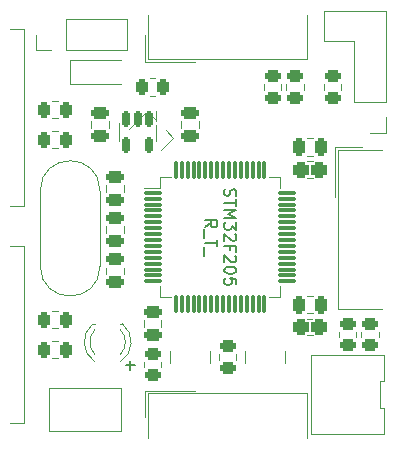
<source format=gto>
G04 #@! TF.GenerationSoftware,KiCad,Pcbnew,6.0.8-f2edbf62ab~116~ubuntu22.04.1*
G04 #@! TF.CreationDate,2022-10-13T11:50:00+02:00*
G04 #@! TF.ProjectId,Dual USB Controller adapter,4475616c-2055-4534-9220-436f6e74726f,0.3*
G04 #@! TF.SameCoordinates,Original*
G04 #@! TF.FileFunction,Legend,Top*
G04 #@! TF.FilePolarity,Positive*
%FSLAX46Y46*%
G04 Gerber Fmt 4.6, Leading zero omitted, Abs format (unit mm)*
G04 Created by KiCad (PCBNEW 6.0.8-f2edbf62ab~116~ubuntu22.04.1) date 2022-10-13 11:50:00*
%MOMM*%
%LPD*%
G01*
G04 APERTURE LIST*
G04 Aperture macros list*
%AMRoundRect*
0 Rectangle with rounded corners*
0 $1 Rounding radius*
0 $2 $3 $4 $5 $6 $7 $8 $9 X,Y pos of 4 corners*
0 Add a 4 corners polygon primitive as box body*
4,1,4,$2,$3,$4,$5,$6,$7,$8,$9,$2,$3,0*
0 Add four circle primitives for the rounded corners*
1,1,$1+$1,$2,$3*
1,1,$1+$1,$4,$5*
1,1,$1+$1,$6,$7*
1,1,$1+$1,$8,$9*
0 Add four rect primitives between the rounded corners*
20,1,$1+$1,$2,$3,$4,$5,0*
20,1,$1+$1,$4,$5,$6,$7,0*
20,1,$1+$1,$6,$7,$8,$9,0*
20,1,$1+$1,$8,$9,$2,$3,0*%
%AMRotRect*
0 Rectangle, with rotation*
0 The origin of the aperture is its center*
0 $1 length*
0 $2 width*
0 $3 Rotation angle, in degrees counterclockwise*
0 Add horizontal line*
21,1,$1,$2,0,0,$3*%
G04 Aperture macros list end*
%ADD10C,0.150000*%
%ADD11C,0.120000*%
%ADD12RotRect,0.900000X0.800000X45.000000*%
%ADD13RoundRect,0.318150X-0.318150X-0.381850X0.318150X-0.381850X0.318150X0.381850X-0.318150X0.381850X0*%
%ADD14RoundRect,0.250000X-0.475000X0.250000X-0.475000X-0.250000X0.475000X-0.250000X0.475000X0.250000X0*%
%ADD15RoundRect,0.150000X-0.150000X0.512500X-0.150000X-0.512500X0.150000X-0.512500X0.150000X0.512500X0*%
%ADD16C,1.500000*%
%ADD17C,3.000000*%
%ADD18RoundRect,0.250000X0.475000X-0.250000X0.475000X0.250000X-0.475000X0.250000X-0.475000X-0.250000X0*%
%ADD19RoundRect,0.250000X-0.250000X-0.475000X0.250000X-0.475000X0.250000X0.475000X-0.250000X0.475000X0*%
%ADD20R,1.846667X3.480000*%
%ADD21RoundRect,0.250000X-0.262500X-0.450000X0.262500X-0.450000X0.262500X0.450000X-0.262500X0.450000X0*%
%ADD22R,0.500000X0.800000*%
%ADD23R,0.400000X0.800000*%
%ADD24RoundRect,0.250000X-0.450000X0.262500X-0.450000X-0.262500X0.450000X-0.262500X0.450000X0.262500X0*%
%ADD25R,1.800000X1.800000*%
%ADD26C,1.800000*%
%ADD27C,1.200000*%
%ADD28R,1.500000X1.500000*%
%ADD29R,1.300000X1.700000*%
%ADD30RoundRect,0.075000X-0.700000X-0.075000X0.700000X-0.075000X0.700000X0.075000X-0.700000X0.075000X0*%
%ADD31RoundRect,0.075000X-0.075000X-0.700000X0.075000X-0.700000X0.075000X0.700000X-0.075000X0.700000X0*%
%ADD32R,1.700000X1.700000*%
%ADD33O,1.700000X1.700000*%
%ADD34R,3.480000X1.846667*%
%ADD35RoundRect,0.250000X0.450000X-0.262500X0.450000X0.262500X-0.450000X0.262500X-0.450000X-0.262500X0*%
%ADD36RoundRect,0.250000X0.262500X0.450000X-0.262500X0.450000X-0.262500X-0.450000X0.262500X-0.450000X0*%
G04 APERTURE END LIST*
D10*
X177419047Y-92781428D02*
X178180952Y-92781428D01*
X177800000Y-93162380D02*
X177800000Y-92400476D01*
X185820238Y-77867380D02*
X185772619Y-78010238D01*
X185772619Y-78248333D01*
X185820238Y-78343571D01*
X185867857Y-78391190D01*
X185963095Y-78438809D01*
X186058333Y-78438809D01*
X186153571Y-78391190D01*
X186201190Y-78343571D01*
X186248809Y-78248333D01*
X186296428Y-78057857D01*
X186344047Y-77962619D01*
X186391666Y-77915000D01*
X186486904Y-77867380D01*
X186582142Y-77867380D01*
X186677380Y-77915000D01*
X186725000Y-77962619D01*
X186772619Y-78057857D01*
X186772619Y-78295952D01*
X186725000Y-78438809D01*
X186772619Y-78724523D02*
X186772619Y-79295952D01*
X185772619Y-79010238D02*
X186772619Y-79010238D01*
X185772619Y-79629285D02*
X186772619Y-79629285D01*
X186058333Y-79962619D01*
X186772619Y-80295952D01*
X185772619Y-80295952D01*
X186772619Y-80676904D02*
X186772619Y-81295952D01*
X186391666Y-80962619D01*
X186391666Y-81105476D01*
X186344047Y-81200714D01*
X186296428Y-81248333D01*
X186201190Y-81295952D01*
X185963095Y-81295952D01*
X185867857Y-81248333D01*
X185820238Y-81200714D01*
X185772619Y-81105476D01*
X185772619Y-80819761D01*
X185820238Y-80724523D01*
X185867857Y-80676904D01*
X186677380Y-81676904D02*
X186725000Y-81724523D01*
X186772619Y-81819761D01*
X186772619Y-82057857D01*
X186725000Y-82153095D01*
X186677380Y-82200714D01*
X186582142Y-82248333D01*
X186486904Y-82248333D01*
X186344047Y-82200714D01*
X185772619Y-81629285D01*
X185772619Y-82248333D01*
X186296428Y-83010238D02*
X186296428Y-82676904D01*
X185772619Y-82676904D02*
X186772619Y-82676904D01*
X186772619Y-83153095D01*
X186677380Y-83486428D02*
X186725000Y-83534047D01*
X186772619Y-83629285D01*
X186772619Y-83867380D01*
X186725000Y-83962619D01*
X186677380Y-84010238D01*
X186582142Y-84057857D01*
X186486904Y-84057857D01*
X186344047Y-84010238D01*
X185772619Y-83438809D01*
X185772619Y-84057857D01*
X186772619Y-84676904D02*
X186772619Y-84772142D01*
X186725000Y-84867380D01*
X186677380Y-84915000D01*
X186582142Y-84962619D01*
X186391666Y-85010238D01*
X186153571Y-85010238D01*
X185963095Y-84962619D01*
X185867857Y-84915000D01*
X185820238Y-84867380D01*
X185772619Y-84772142D01*
X185772619Y-84676904D01*
X185820238Y-84581666D01*
X185867857Y-84534047D01*
X185963095Y-84486428D01*
X186153571Y-84438809D01*
X186391666Y-84438809D01*
X186582142Y-84486428D01*
X186677380Y-84534047D01*
X186725000Y-84581666D01*
X186772619Y-84676904D01*
X186772619Y-85915000D02*
X186772619Y-85438809D01*
X186296428Y-85391190D01*
X186344047Y-85438809D01*
X186391666Y-85534047D01*
X186391666Y-85772142D01*
X186344047Y-85867380D01*
X186296428Y-85915000D01*
X186201190Y-85962619D01*
X185963095Y-85962619D01*
X185867857Y-85915000D01*
X185820238Y-85867380D01*
X185772619Y-85772142D01*
X185772619Y-85534047D01*
X185820238Y-85438809D01*
X185867857Y-85391190D01*
X184162619Y-81081666D02*
X184638809Y-80748333D01*
X184162619Y-80510238D02*
X185162619Y-80510238D01*
X185162619Y-80891190D01*
X185115000Y-80986428D01*
X185067380Y-81034047D01*
X184972142Y-81081666D01*
X184829285Y-81081666D01*
X184734047Y-81034047D01*
X184686428Y-80986428D01*
X184638809Y-80891190D01*
X184638809Y-80510238D01*
X184067380Y-81272142D02*
X184067380Y-82034047D01*
X185162619Y-82129285D02*
X185162619Y-82700714D01*
X184162619Y-82415000D02*
X185162619Y-82415000D01*
X184067380Y-82795952D02*
X184067380Y-83557857D01*
D11*
X181468488Y-73505973D02*
X180436112Y-74538348D01*
X179234030Y-71271515D02*
X177706680Y-72798866D01*
X181468488Y-73505973D02*
X180810879Y-72848363D01*
X179234030Y-71271515D02*
X179891640Y-71929124D01*
X192781422Y-75490000D02*
X193298578Y-75490000D01*
X192781422Y-76910000D02*
X193298578Y-76910000D01*
X174525000Y-72128748D02*
X174525000Y-72651252D01*
X175995000Y-72128748D02*
X175995000Y-72651252D01*
X176875000Y-73025000D02*
X176875000Y-72225000D01*
X176875000Y-73025000D02*
X176875000Y-73825000D01*
X179995000Y-73025000D02*
X179995000Y-71225000D01*
X179995000Y-73025000D02*
X179995000Y-73825000D01*
X175795000Y-81018748D02*
X175795000Y-81541252D01*
X177265000Y-81018748D02*
X177265000Y-81541252D01*
X168780000Y-97665000D02*
X167640000Y-97665000D01*
X168780000Y-82675000D02*
X167640000Y-82675000D01*
X168780000Y-97665000D02*
X168780000Y-82675000D01*
X192781422Y-88825000D02*
X193298578Y-88825000D01*
X192781422Y-90245000D02*
X193298578Y-90245000D01*
X180440000Y-89493752D02*
X180440000Y-88971248D01*
X178970000Y-89493752D02*
X178970000Y-88971248D01*
X192778748Y-88365000D02*
X193301252Y-88365000D01*
X192778748Y-86895000D02*
X193301252Y-86895000D01*
X192778748Y-75030000D02*
X193301252Y-75030000D01*
X192778748Y-73560000D02*
X193301252Y-73560000D01*
X192778333Y-66847500D02*
X192778333Y-63107500D01*
X179331667Y-63107500D02*
X179331667Y-66847500D01*
X179331667Y-66847500D02*
X192778333Y-66847500D01*
X179091667Y-67087500D02*
X183285000Y-67087500D01*
X179091667Y-64847500D02*
X179091667Y-67087500D01*
X171222936Y-88165000D02*
X171677064Y-88165000D01*
X171222936Y-89635000D02*
X171677064Y-89635000D01*
X187550000Y-91575000D02*
X187550000Y-92575000D01*
X190910000Y-91575000D02*
X190910000Y-92575000D01*
X168780000Y-79250000D02*
X167640000Y-79250000D01*
X168780000Y-64260000D02*
X167640000Y-64260000D01*
X168780000Y-79250000D02*
X168780000Y-64260000D01*
X171222936Y-70385000D02*
X171677064Y-70385000D01*
X171222936Y-71855000D02*
X171677064Y-71855000D01*
X186790000Y-91847936D02*
X186790000Y-92302064D01*
X185320000Y-91847936D02*
X185320000Y-92302064D01*
X192778333Y-98895000D02*
X192778333Y-95155000D01*
X179091667Y-94915000D02*
X183285000Y-94915000D01*
X179331667Y-95155000D02*
X179331667Y-98895000D01*
X179091667Y-97155000D02*
X179091667Y-94915000D01*
X192778333Y-95155000D02*
X179331667Y-95155000D01*
X195680000Y-68987936D02*
X195680000Y-69442064D01*
X194210000Y-68987936D02*
X194210000Y-69442064D01*
X180440000Y-92482936D02*
X180440000Y-92937064D01*
X178970000Y-92482936D02*
X178970000Y-92937064D01*
X177131000Y-89245000D02*
X176975000Y-89245000D01*
X174815000Y-89245000D02*
X174659000Y-89245000D01*
X176974837Y-91846130D02*
G75*
G03*
X176975000Y-89764039I-1079837J1041130D01*
G01*
X174659484Y-89245000D02*
G75*
G03*
X174816392Y-92477335I1235516J-1560000D01*
G01*
X174815000Y-89764039D02*
G75*
G03*
X174815163Y-91846130I1080000J-1040961D01*
G01*
X176973608Y-92477335D02*
G75*
G03*
X177130516Y-89245000I-1078608J1672335D01*
G01*
X199315000Y-91900000D02*
X193115000Y-91900000D01*
X198955000Y-94133334D02*
X199315000Y-94133334D01*
X199315000Y-98600000D02*
X199315000Y-96366666D01*
X193115000Y-98600000D02*
X199315000Y-98600000D01*
X198955000Y-96366666D02*
X198955000Y-94133334D01*
X199315000Y-94133334D02*
X199315000Y-91900000D01*
X199315000Y-96366666D02*
X198955000Y-96366666D01*
X193115000Y-91900000D02*
X193115000Y-98600000D01*
X177265000Y-78063752D02*
X177265000Y-77541248D01*
X175795000Y-78063752D02*
X175795000Y-77541248D01*
X175245000Y-77980000D02*
X175245000Y-84380000D01*
X170195000Y-77980000D02*
X170195000Y-84380000D01*
X175245000Y-77980000D02*
G75*
G03*
X170195000Y-77980000I-2525000J0D01*
G01*
X170195000Y-84380000D02*
G75*
G03*
X175245000Y-84380000I2525000J0D01*
G01*
X177265000Y-85018752D02*
X177265000Y-84496248D01*
X175795000Y-85018752D02*
X175795000Y-84496248D01*
X177050000Y-98370000D02*
X170930000Y-98370000D01*
X177050000Y-94670000D02*
X177050000Y-98370000D01*
X170930000Y-98370000D02*
X170930000Y-94670000D01*
X170930000Y-94670000D02*
X177050000Y-94670000D01*
X177010000Y-66945000D02*
X172710000Y-66945000D01*
X172710000Y-68945000D02*
X177010000Y-68945000D01*
X172710000Y-66945000D02*
X172710000Y-68945000D01*
X181260000Y-76805000D02*
X180310000Y-76805000D01*
X189580000Y-76805000D02*
X190530000Y-76805000D01*
X190530000Y-87025000D02*
X190530000Y-86075000D01*
X189580000Y-87025000D02*
X190530000Y-87025000D01*
X181260000Y-87025000D02*
X180310000Y-87025000D01*
X180310000Y-76805000D02*
X180310000Y-77755000D01*
X190530000Y-76805000D02*
X190530000Y-77755000D01*
X180310000Y-87025000D02*
X180310000Y-86075000D01*
X180310000Y-77755000D02*
X178970000Y-77755000D01*
X182145000Y-72128748D02*
X182145000Y-72651252D01*
X183615000Y-72128748D02*
X183615000Y-72651252D01*
X181200000Y-91575000D02*
X181200000Y-92575000D01*
X184560000Y-91575000D02*
X184560000Y-92575000D01*
X171222936Y-90705000D02*
X171677064Y-90705000D01*
X171222936Y-92175000D02*
X171677064Y-92175000D01*
X171222936Y-72925000D02*
X171677064Y-72925000D01*
X171222936Y-74395000D02*
X171677064Y-74395000D01*
X177542500Y-66100000D02*
X177542500Y-63440000D01*
X172402500Y-66100000D02*
X177542500Y-66100000D01*
X171132500Y-66100000D02*
X169802500Y-66100000D01*
X172402500Y-63440000D02*
X177542500Y-63440000D01*
X169802500Y-66100000D02*
X169802500Y-64770000D01*
X172402500Y-66100000D02*
X172402500Y-63440000D01*
X195407500Y-88003333D02*
X199147500Y-88003333D01*
X199147500Y-74556667D02*
X195407500Y-74556667D01*
X195407500Y-74556667D02*
X195407500Y-88003333D01*
X195167500Y-74316667D02*
X195167500Y-78510000D01*
X197407500Y-74316667D02*
X195167500Y-74316667D01*
X195480000Y-90397064D02*
X195480000Y-89942936D01*
X196950000Y-90397064D02*
X196950000Y-89942936D01*
X189130000Y-69442064D02*
X189130000Y-68987936D01*
X190600000Y-69442064D02*
X190600000Y-68987936D01*
X197385000Y-90397064D02*
X197385000Y-89942936D01*
X198855000Y-90397064D02*
X198855000Y-89942936D01*
X191035000Y-69442064D02*
X191035000Y-68987936D01*
X192505000Y-69442064D02*
X192505000Y-68987936D01*
X199450000Y-73085000D02*
X198120000Y-73085000D01*
X199450000Y-71755000D02*
X199450000Y-73085000D01*
X199450000Y-70485000D02*
X196790000Y-70485000D01*
X196790000Y-70485000D02*
X196790000Y-65345000D01*
X199450000Y-70485000D02*
X199450000Y-62805000D01*
X199450000Y-62805000D02*
X194250000Y-62805000D01*
X196790000Y-65345000D02*
X194250000Y-65345000D01*
X194250000Y-65345000D02*
X194250000Y-62805000D01*
X179932064Y-69950000D02*
X179477936Y-69950000D01*
X179932064Y-68480000D02*
X179477936Y-68480000D01*
%LPC*%
D12*
X178435000Y-72961500D03*
X179778503Y-74305003D03*
X180520965Y-72219038D03*
D13*
X192251300Y-76200000D03*
X193828700Y-76200000D03*
D14*
X175260000Y-71440000D03*
X175260000Y-73340000D03*
D15*
X179385000Y-71887500D03*
X178435000Y-71887500D03*
X177485000Y-71887500D03*
X177485000Y-74162500D03*
X179385000Y-74162500D03*
D14*
X176530000Y-80330000D03*
X176530000Y-82230000D03*
D16*
X167640000Y-93670000D03*
X167640000Y-91170000D03*
X167640000Y-89170000D03*
X167640000Y-86670000D03*
D17*
X166190000Y-96740000D03*
X166190000Y-83600000D03*
D13*
X192251300Y-89535000D03*
X193828700Y-89535000D03*
D18*
X179705000Y-90182500D03*
X179705000Y-88282500D03*
D19*
X192090000Y-87630000D03*
X193990000Y-87630000D03*
X192090000Y-74295000D03*
X193990000Y-74295000D03*
D20*
X180515000Y-64847500D03*
X183285000Y-64847500D03*
X186055000Y-64847500D03*
X188825000Y-64847500D03*
X191595000Y-64847500D03*
D21*
X170537500Y-88900000D03*
X172362500Y-88900000D03*
D22*
X188030000Y-92975000D03*
D23*
X188830000Y-92975000D03*
X189630000Y-92975000D03*
D22*
X190430000Y-92975000D03*
X190430000Y-91175000D03*
D23*
X189630000Y-91175000D03*
X188830000Y-91175000D03*
D22*
X188030000Y-91175000D03*
D16*
X167640000Y-75255000D03*
X167640000Y-72755000D03*
X167640000Y-70755000D03*
X167640000Y-68255000D03*
D17*
X166190000Y-78325000D03*
X166190000Y-65185000D03*
D21*
X170537500Y-71120000D03*
X172362500Y-71120000D03*
D24*
X186055000Y-91162500D03*
X186055000Y-92987500D03*
D20*
X180515000Y-97155000D03*
X183285000Y-97155000D03*
X186055000Y-97155000D03*
X188825000Y-97155000D03*
X191595000Y-97155000D03*
D24*
X194945000Y-68302500D03*
X194945000Y-70127500D03*
X179705000Y-91797500D03*
X179705000Y-93622500D03*
D25*
X175895000Y-89535000D03*
D26*
X175895000Y-92075000D03*
D27*
X198215000Y-93000000D03*
X196215000Y-93000000D03*
X194215000Y-93000000D03*
X198215000Y-97500000D03*
X196215000Y-97500000D03*
X194215000Y-97500000D03*
D18*
X176530000Y-78752500D03*
X176530000Y-76852500D03*
D16*
X172720000Y-78740000D03*
X172720000Y-83620000D03*
D18*
X176530000Y-85707500D03*
X176530000Y-83807500D03*
D28*
X177890000Y-96520000D03*
X170090000Y-96520000D03*
D29*
X173510000Y-67945000D03*
X177010000Y-67945000D03*
D30*
X179745000Y-78165000D03*
X179745000Y-78665000D03*
X179745000Y-79165000D03*
X179745000Y-79665000D03*
X179745000Y-80165000D03*
X179745000Y-80665000D03*
X179745000Y-81165000D03*
X179745000Y-81665000D03*
X179745000Y-82165000D03*
X179745000Y-82665000D03*
X179745000Y-83165000D03*
X179745000Y-83665000D03*
X179745000Y-84165000D03*
X179745000Y-84665000D03*
X179745000Y-85165000D03*
X179745000Y-85665000D03*
D31*
X181670000Y-87590000D03*
X182170000Y-87590000D03*
X182670000Y-87590000D03*
X183170000Y-87590000D03*
X183670000Y-87590000D03*
X184170000Y-87590000D03*
X184670000Y-87590000D03*
X185170000Y-87590000D03*
X185670000Y-87590000D03*
X186170000Y-87590000D03*
X186670000Y-87590000D03*
X187170000Y-87590000D03*
X187670000Y-87590000D03*
X188170000Y-87590000D03*
X188670000Y-87590000D03*
X189170000Y-87590000D03*
D30*
X191095000Y-85665000D03*
X191095000Y-85165000D03*
X191095000Y-84665000D03*
X191095000Y-84165000D03*
X191095000Y-83665000D03*
X191095000Y-83165000D03*
X191095000Y-82665000D03*
X191095000Y-82165000D03*
X191095000Y-81665000D03*
X191095000Y-81165000D03*
X191095000Y-80665000D03*
X191095000Y-80165000D03*
X191095000Y-79665000D03*
X191095000Y-79165000D03*
X191095000Y-78665000D03*
X191095000Y-78165000D03*
D31*
X189170000Y-76240000D03*
X188670000Y-76240000D03*
X188170000Y-76240000D03*
X187670000Y-76240000D03*
X187170000Y-76240000D03*
X186670000Y-76240000D03*
X186170000Y-76240000D03*
X185670000Y-76240000D03*
X185170000Y-76240000D03*
X184670000Y-76240000D03*
X184170000Y-76240000D03*
X183670000Y-76240000D03*
X183170000Y-76240000D03*
X182670000Y-76240000D03*
X182170000Y-76240000D03*
X181670000Y-76240000D03*
D14*
X182880000Y-71440000D03*
X182880000Y-73340000D03*
D22*
X181680000Y-92975000D03*
D23*
X182480000Y-92975000D03*
X183280000Y-92975000D03*
D22*
X184080000Y-92975000D03*
X184080000Y-91175000D03*
D23*
X183280000Y-91175000D03*
X182480000Y-91175000D03*
D22*
X181680000Y-91175000D03*
D21*
X170537500Y-91440000D03*
X172362500Y-91440000D03*
X170537500Y-73660000D03*
X172362500Y-73660000D03*
D32*
X171132500Y-64770000D03*
D33*
X173672500Y-64770000D03*
X176212500Y-64770000D03*
D34*
X197407500Y-75740000D03*
X197407500Y-78510000D03*
X197407500Y-81280000D03*
X197407500Y-84050000D03*
X197407500Y-86820000D03*
D35*
X196215000Y-91082500D03*
X196215000Y-89257500D03*
X189865000Y-70127500D03*
X189865000Y-68302500D03*
X198120000Y-91082500D03*
X198120000Y-89257500D03*
X191770000Y-70127500D03*
X191770000Y-68302500D03*
D33*
X195580000Y-64135000D03*
X198120000Y-64135000D03*
X198120000Y-66675000D03*
X198120000Y-69215000D03*
D32*
X198120000Y-71755000D03*
D36*
X180617500Y-69215000D03*
X178792500Y-69215000D03*
M02*

</source>
